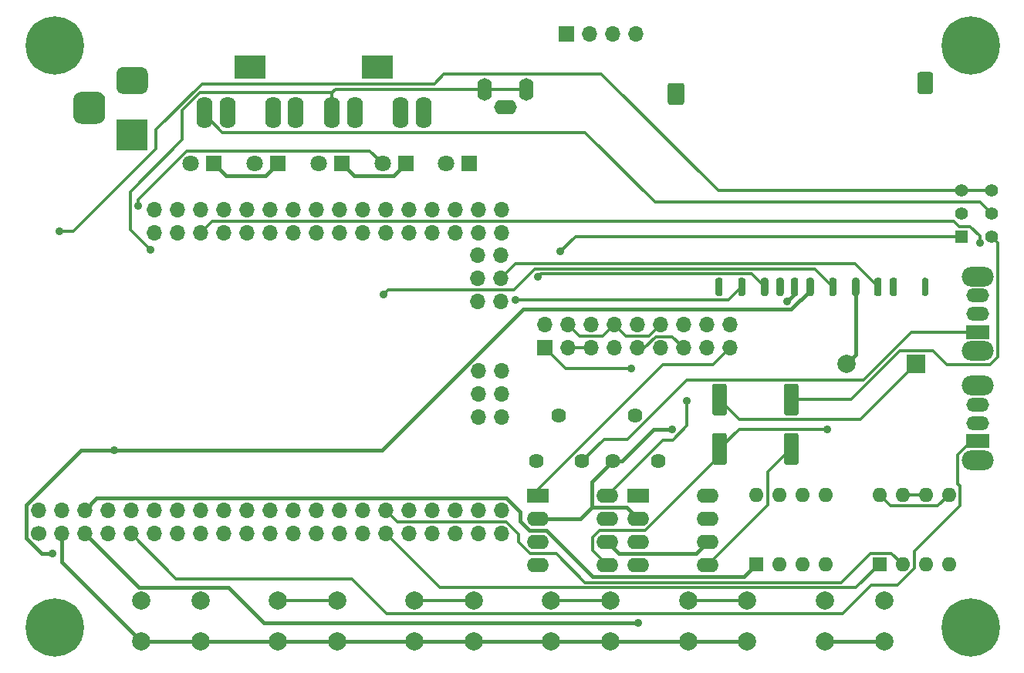
<source format=gtl>
G04 #@! TF.GenerationSoftware,KiCad,Pcbnew,(5.1.6)-1*
G04 #@! TF.CreationDate,2021-01-09T08:19:16+02:00*
G04 #@! TF.ProjectId,MegaDuino_PM_1_3_Buzz,4d656761-4475-4696-9e6f-5f504d5f315f,rev?*
G04 #@! TF.SameCoordinates,Original*
G04 #@! TF.FileFunction,Copper,L1,Top*
G04 #@! TF.FilePolarity,Positive*
%FSLAX46Y46*%
G04 Gerber Fmt 4.6, Leading zero omitted, Abs format (unit mm)*
G04 Created by KiCad (PCBNEW (5.1.6)-1) date 2021-01-09 08:19:16*
%MOMM*%
%LPD*%
G01*
G04 APERTURE LIST*
G04 #@! TA.AperFunction,ComponentPad*
%ADD10O,3.500000X2.200000*%
G04 #@! TD*
G04 #@! TA.AperFunction,ComponentPad*
%ADD11O,2.500000X1.500000*%
G04 #@! TD*
G04 #@! TA.AperFunction,ComponentPad*
%ADD12R,2.500000X1.500000*%
G04 #@! TD*
G04 #@! TA.AperFunction,ComponentPad*
%ADD13O,1.700000X1.700000*%
G04 #@! TD*
G04 #@! TA.AperFunction,ComponentPad*
%ADD14C,1.700000*%
G04 #@! TD*
G04 #@! TA.AperFunction,ComponentPad*
%ADD15C,1.800000*%
G04 #@! TD*
G04 #@! TA.AperFunction,ComponentPad*
%ADD16R,1.800000X1.800000*%
G04 #@! TD*
G04 #@! TA.AperFunction,ComponentPad*
%ADD17C,2.000000*%
G04 #@! TD*
G04 #@! TA.AperFunction,ComponentPad*
%ADD18C,1.400000*%
G04 #@! TD*
G04 #@! TA.AperFunction,ComponentPad*
%ADD19R,1.400000X1.400000*%
G04 #@! TD*
G04 #@! TA.AperFunction,ComponentPad*
%ADD20O,1.600000X2.500000*%
G04 #@! TD*
G04 #@! TA.AperFunction,ComponentPad*
%ADD21O,2.500000X1.600000*%
G04 #@! TD*
G04 #@! TA.AperFunction,ComponentPad*
%ADD22R,1.700000X1.700000*%
G04 #@! TD*
G04 #@! TA.AperFunction,ComponentPad*
%ADD23R,3.500000X2.500000*%
G04 #@! TD*
G04 #@! TA.AperFunction,ComponentPad*
%ADD24O,1.750000X3.500000*%
G04 #@! TD*
G04 #@! TA.AperFunction,ComponentPad*
%ADD25O,1.600000X1.600000*%
G04 #@! TD*
G04 #@! TA.AperFunction,ComponentPad*
%ADD26R,1.600000X1.600000*%
G04 #@! TD*
G04 #@! TA.AperFunction,ComponentPad*
%ADD27O,2.400000X1.600000*%
G04 #@! TD*
G04 #@! TA.AperFunction,ComponentPad*
%ADD28R,2.400000X1.600000*%
G04 #@! TD*
G04 #@! TA.AperFunction,ComponentPad*
%ADD29C,1.620000*%
G04 #@! TD*
G04 #@! TA.AperFunction,ComponentPad*
%ADD30R,2.000000X2.000000*%
G04 #@! TD*
G04 #@! TA.AperFunction,ComponentPad*
%ADD31C,0.800000*%
G04 #@! TD*
G04 #@! TA.AperFunction,ComponentPad*
%ADD32C,6.400000*%
G04 #@! TD*
G04 #@! TA.AperFunction,ComponentPad*
%ADD33R,3.500000X3.500000*%
G04 #@! TD*
G04 #@! TA.AperFunction,ViaPad*
%ADD34C,0.900000*%
G04 #@! TD*
G04 #@! TA.AperFunction,Conductor*
%ADD35C,0.400000*%
G04 #@! TD*
G04 #@! TA.AperFunction,Conductor*
%ADD36C,0.300000*%
G04 #@! TD*
G04 APERTURE END LIST*
D10*
X223800000Y-135400000D03*
X223800000Y-143600000D03*
D11*
X223800000Y-137500000D03*
X223800000Y-139500000D03*
D12*
X223800000Y-141500000D03*
D10*
X223800000Y-147400000D03*
X223800000Y-155600000D03*
D11*
X223800000Y-149500000D03*
X223800000Y-151500000D03*
D12*
X223800000Y-153500000D03*
D13*
X171475000Y-138155000D03*
X171475000Y-135615000D03*
X171475000Y-133075000D03*
X168935000Y-133075000D03*
X168935000Y-138155000D03*
X168935000Y-135615000D03*
X171500000Y-150880000D03*
X171500000Y-148340000D03*
X171500000Y-145800000D03*
X168960000Y-145800000D03*
X168960000Y-150880000D03*
X168960000Y-148340000D03*
X135940000Y-128045000D03*
X135940000Y-130585000D03*
X138480000Y-130585000D03*
X141020000Y-128045000D03*
X141020000Y-130585000D03*
X143560000Y-128045000D03*
X138480000Y-128045000D03*
X143560000Y-130585000D03*
X133400000Y-130585000D03*
X133400000Y-128045000D03*
X146100000Y-128045000D03*
X146100000Y-130585000D03*
X148640000Y-128045000D03*
X148640000Y-130585000D03*
X151180000Y-128045000D03*
X151180000Y-130585000D03*
X153720000Y-128045000D03*
X153720000Y-130585000D03*
X156260000Y-128045000D03*
X156260000Y-130585000D03*
X158800000Y-128045000D03*
X168960000Y-128045000D03*
X166420000Y-128045000D03*
X168960000Y-130585000D03*
X158800000Y-130585000D03*
X163880000Y-130585000D03*
X171500000Y-130585000D03*
X163880000Y-128045000D03*
X166420000Y-130585000D03*
X161340000Y-128045000D03*
X171500000Y-128045000D03*
X161340000Y-130585000D03*
X125780000Y-163600000D03*
X130860000Y-163600000D03*
X135940000Y-161060000D03*
X146100000Y-163600000D03*
X146100000Y-161060000D03*
X153720000Y-161060000D03*
X156260000Y-163600000D03*
X128320000Y-161060000D03*
X123240000Y-161060000D03*
X128320000Y-163600000D03*
X130860000Y-161060000D03*
X133400000Y-161060000D03*
X138480000Y-163600000D03*
X143560000Y-163600000D03*
X143560000Y-161060000D03*
X148640000Y-163600000D03*
D14*
X120700000Y-163600000D03*
D13*
X148640000Y-161060000D03*
X141020000Y-163600000D03*
X151180000Y-163600000D03*
X151180000Y-161060000D03*
X123240000Y-163600000D03*
X133400000Y-163600000D03*
X141020000Y-161060000D03*
X153720000Y-163600000D03*
X125780000Y-161060000D03*
X135940000Y-163600000D03*
X138480000Y-161060000D03*
X120700000Y-161060000D03*
X168960000Y-161060000D03*
X166420000Y-163600000D03*
X158800000Y-161060000D03*
X171500000Y-163600000D03*
X166420000Y-161060000D03*
X168960000Y-163600000D03*
X156260000Y-161060000D03*
X161340000Y-161060000D03*
X163880000Y-163600000D03*
X171500000Y-161060000D03*
X158800000Y-163600000D03*
X163880000Y-161060000D03*
X161340000Y-163600000D03*
D15*
X158460000Y-123000000D03*
D16*
X161000000Y-123000000D03*
D17*
X138500000Y-171000000D03*
X138500000Y-175500000D03*
X132000000Y-171000000D03*
X132000000Y-175500000D03*
D18*
X225300000Y-126000000D03*
X225300000Y-128500000D03*
X225300000Y-131000000D03*
X222000000Y-126000000D03*
X222000000Y-128500000D03*
D19*
X222000000Y-131000000D03*
D17*
X213500000Y-171000000D03*
X213500000Y-175500000D03*
X207000000Y-171000000D03*
X207000000Y-175500000D03*
X198500000Y-171000000D03*
X198500000Y-175500000D03*
X192000000Y-171000000D03*
X192000000Y-175500000D03*
X183500000Y-171000000D03*
X183500000Y-175500000D03*
X177000000Y-171000000D03*
X177000000Y-175500000D03*
X168500000Y-171000000D03*
X168500000Y-175500000D03*
X162000000Y-171000000D03*
X162000000Y-175500000D03*
X153500000Y-171000000D03*
X153500000Y-175500000D03*
X147000000Y-171000000D03*
X147000000Y-175500000D03*
D20*
X169712000Y-114830000D03*
X174212000Y-114830000D03*
D21*
X171962000Y-116830000D03*
D15*
X165460000Y-123000000D03*
D16*
X168000000Y-123000000D03*
D15*
X151460000Y-123000000D03*
D16*
X154000000Y-123000000D03*
D13*
X196596000Y-140716000D03*
X196596000Y-143256000D03*
X194056000Y-140716000D03*
X194056000Y-143256000D03*
X191516000Y-140716000D03*
X191516000Y-143256000D03*
X188976000Y-140716000D03*
X188976000Y-143256000D03*
X186436000Y-140716000D03*
X186436000Y-143256000D03*
X183896000Y-140716000D03*
X183896000Y-143256000D03*
X181356000Y-140716000D03*
X181356000Y-143256000D03*
X178816000Y-140716000D03*
X178816000Y-143256000D03*
X176276000Y-140716000D03*
D22*
X176276000Y-143256000D03*
D23*
X157950000Y-112398000D03*
D24*
X162950000Y-117404000D03*
X160450000Y-117404000D03*
X152950000Y-117404000D03*
X155450000Y-117404000D03*
D13*
X183756000Y-108756000D03*
D22*
X178676000Y-108756000D03*
D13*
X186296000Y-108756000D03*
X181216000Y-108756000D03*
D23*
X143950000Y-112398000D03*
D24*
X148950000Y-117404000D03*
X146450000Y-117404000D03*
X138950000Y-117404000D03*
X141450000Y-117404000D03*
D25*
X213000000Y-159380000D03*
X220620000Y-167000000D03*
X215540000Y-159380000D03*
X218080000Y-167000000D03*
X218080000Y-159380000D03*
X215540000Y-167000000D03*
X220620000Y-159380000D03*
D26*
X213000000Y-167000000D03*
G04 #@! TA.AperFunction,SMDPad,CuDef*
G36*
G01*
X196003000Y-150688000D02*
X194903000Y-150688000D01*
G75*
G02*
X194653000Y-150438000I0J250000D01*
G01*
X194653000Y-147438000D01*
G75*
G02*
X194903000Y-147188000I250000J0D01*
G01*
X196003000Y-147188000D01*
G75*
G02*
X196253000Y-147438000I0J-250000D01*
G01*
X196253000Y-150438000D01*
G75*
G02*
X196003000Y-150688000I-250000J0D01*
G01*
G37*
G04 #@! TD.AperFunction*
G04 #@! TA.AperFunction,SMDPad,CuDef*
G36*
G01*
X196003000Y-156088000D02*
X194903000Y-156088000D01*
G75*
G02*
X194653000Y-155838000I0J250000D01*
G01*
X194653000Y-152838000D01*
G75*
G02*
X194903000Y-152588000I250000J0D01*
G01*
X196003000Y-152588000D01*
G75*
G02*
X196253000Y-152838000I0J-250000D01*
G01*
X196253000Y-155838000D01*
G75*
G02*
X196003000Y-156088000I-250000J0D01*
G01*
G37*
G04 #@! TD.AperFunction*
G04 #@! TA.AperFunction,SMDPad,CuDef*
G36*
G01*
X203877000Y-150688000D02*
X202777000Y-150688000D01*
G75*
G02*
X202527000Y-150438000I0J250000D01*
G01*
X202527000Y-147438000D01*
G75*
G02*
X202777000Y-147188000I250000J0D01*
G01*
X203877000Y-147188000D01*
G75*
G02*
X204127000Y-147438000I0J-250000D01*
G01*
X204127000Y-150438000D01*
G75*
G02*
X203877000Y-150688000I-250000J0D01*
G01*
G37*
G04 #@! TD.AperFunction*
G04 #@! TA.AperFunction,SMDPad,CuDef*
G36*
G01*
X203877000Y-156088000D02*
X202777000Y-156088000D01*
G75*
G02*
X202527000Y-155838000I0J250000D01*
G01*
X202527000Y-152838000D01*
G75*
G02*
X202777000Y-152588000I250000J0D01*
G01*
X203877000Y-152588000D01*
G75*
G02*
X204127000Y-152838000I0J-250000D01*
G01*
X204127000Y-155838000D01*
G75*
G02*
X203877000Y-156088000I-250000J0D01*
G01*
G37*
G04 #@! TD.AperFunction*
G04 #@! TA.AperFunction,SMDPad,CuDef*
G36*
G01*
X189774000Y-116307800D02*
X189774000Y-114408200D01*
G75*
G02*
X190024200Y-114158000I250200J0D01*
G01*
X191323800Y-114158000D01*
G75*
G02*
X191574000Y-114408200I0J-250200D01*
G01*
X191574000Y-116307800D01*
G75*
G02*
X191323800Y-116558000I-250200J0D01*
G01*
X190024200Y-116558000D01*
G75*
G02*
X189774000Y-116307800I0J250200D01*
G01*
G37*
G04 #@! TD.AperFunction*
G04 #@! TA.AperFunction,SMDPad,CuDef*
G36*
G01*
X217174000Y-115108100D02*
X217174000Y-113207900D01*
G75*
G02*
X217423900Y-112958000I249900J0D01*
G01*
X218624100Y-112958000D01*
G75*
G02*
X218874000Y-113207900I0J-249900D01*
G01*
X218874000Y-115108100D01*
G75*
G02*
X218624100Y-115358000I-249900J0D01*
G01*
X217423900Y-115358000D01*
G75*
G02*
X217174000Y-115108100I0J249900D01*
G01*
G37*
G04 #@! TD.AperFunction*
G04 #@! TA.AperFunction,SMDPad,CuDef*
G36*
G01*
X217664000Y-137308100D02*
X217664000Y-135807900D01*
G75*
G02*
X217913900Y-135558000I249900J0D01*
G01*
X218114100Y-135558000D01*
G75*
G02*
X218364000Y-135807900I0J-249900D01*
G01*
X218364000Y-137308100D01*
G75*
G02*
X218114100Y-137558000I-249900J0D01*
G01*
X217913900Y-137558000D01*
G75*
G02*
X217664000Y-137308100I0J249900D01*
G01*
G37*
G04 #@! TD.AperFunction*
G04 #@! TA.AperFunction,SMDPad,CuDef*
G36*
G01*
X214124000Y-137307600D02*
X214124000Y-135808400D01*
G75*
G02*
X214374400Y-135558000I250400J0D01*
G01*
X214673600Y-135558000D01*
G75*
G02*
X214924000Y-135808400I0J-250400D01*
G01*
X214924000Y-137307600D01*
G75*
G02*
X214673600Y-137558000I-250400J0D01*
G01*
X214374400Y-137558000D01*
G75*
G02*
X214124000Y-137307600I0J250400D01*
G01*
G37*
G04 #@! TD.AperFunction*
G04 #@! TA.AperFunction,SMDPad,CuDef*
G36*
G01*
X212424000Y-137307600D02*
X212424000Y-135808400D01*
G75*
G02*
X212674400Y-135558000I250400J0D01*
G01*
X212973600Y-135558000D01*
G75*
G02*
X213224000Y-135808400I0J-250400D01*
G01*
X213224000Y-137307600D01*
G75*
G02*
X212973600Y-137558000I-250400J0D01*
G01*
X212674400Y-137558000D01*
G75*
G02*
X212424000Y-137307600I0J250400D01*
G01*
G37*
G04 #@! TD.AperFunction*
G04 #@! TA.AperFunction,SMDPad,CuDef*
G36*
G01*
X209994000Y-137307600D02*
X209994000Y-135808400D01*
G75*
G02*
X210244400Y-135558000I250400J0D01*
G01*
X210543600Y-135558000D01*
G75*
G02*
X210794000Y-135808400I0J-250400D01*
G01*
X210794000Y-137307600D01*
G75*
G02*
X210543600Y-137558000I-250400J0D01*
G01*
X210244400Y-137558000D01*
G75*
G02*
X209994000Y-137307600I0J250400D01*
G01*
G37*
G04 #@! TD.AperFunction*
G04 #@! TA.AperFunction,SMDPad,CuDef*
G36*
G01*
X207494000Y-137307600D02*
X207494000Y-135808400D01*
G75*
G02*
X207744400Y-135558000I250400J0D01*
G01*
X208043600Y-135558000D01*
G75*
G02*
X208294000Y-135808400I0J-250400D01*
G01*
X208294000Y-137307600D01*
G75*
G02*
X208043600Y-137558000I-250400J0D01*
G01*
X207744400Y-137558000D01*
G75*
G02*
X207494000Y-137307600I0J250400D01*
G01*
G37*
G04 #@! TD.AperFunction*
G04 #@! TA.AperFunction,SMDPad,CuDef*
G36*
G01*
X204994000Y-137307600D02*
X204994000Y-135808400D01*
G75*
G02*
X205244400Y-135558000I250400J0D01*
G01*
X205543600Y-135558000D01*
G75*
G02*
X205794000Y-135808400I0J-250400D01*
G01*
X205794000Y-137307600D01*
G75*
G02*
X205543600Y-137558000I-250400J0D01*
G01*
X205244400Y-137558000D01*
G75*
G02*
X204994000Y-137307600I0J250400D01*
G01*
G37*
G04 #@! TD.AperFunction*
G04 #@! TA.AperFunction,SMDPad,CuDef*
G36*
G01*
X203294000Y-137307600D02*
X203294000Y-135808400D01*
G75*
G02*
X203544400Y-135558000I250400J0D01*
G01*
X203843600Y-135558000D01*
G75*
G02*
X204094000Y-135808400I0J-250400D01*
G01*
X204094000Y-137307600D01*
G75*
G02*
X203843600Y-137558000I-250400J0D01*
G01*
X203544400Y-137558000D01*
G75*
G02*
X203294000Y-137307600I0J250400D01*
G01*
G37*
G04 #@! TD.AperFunction*
G04 #@! TA.AperFunction,SMDPad,CuDef*
G36*
G01*
X201694000Y-137307600D02*
X201694000Y-135808400D01*
G75*
G02*
X201944400Y-135558000I250400J0D01*
G01*
X202243600Y-135558000D01*
G75*
G02*
X202494000Y-135808400I0J-250400D01*
G01*
X202494000Y-137307600D01*
G75*
G02*
X202243600Y-137558000I-250400J0D01*
G01*
X201944400Y-137558000D01*
G75*
G02*
X201694000Y-137307600I0J250400D01*
G01*
G37*
G04 #@! TD.AperFunction*
G04 #@! TA.AperFunction,SMDPad,CuDef*
G36*
G01*
X199994000Y-137307600D02*
X199994000Y-135808400D01*
G75*
G02*
X200244400Y-135558000I250400J0D01*
G01*
X200543600Y-135558000D01*
G75*
G02*
X200794000Y-135808400I0J-250400D01*
G01*
X200794000Y-137307600D01*
G75*
G02*
X200543600Y-137558000I-250400J0D01*
G01*
X200244400Y-137558000D01*
G75*
G02*
X199994000Y-137307600I0J250400D01*
G01*
G37*
G04 #@! TD.AperFunction*
G04 #@! TA.AperFunction,SMDPad,CuDef*
G36*
G01*
X197494000Y-137307600D02*
X197494000Y-135808400D01*
G75*
G02*
X197744400Y-135558000I250400J0D01*
G01*
X198043600Y-135558000D01*
G75*
G02*
X198294000Y-135808400I0J-250400D01*
G01*
X198294000Y-137307600D01*
G75*
G02*
X198043600Y-137558000I-250400J0D01*
G01*
X197744400Y-137558000D01*
G75*
G02*
X197494000Y-137307600I0J250400D01*
G01*
G37*
G04 #@! TD.AperFunction*
G04 #@! TA.AperFunction,SMDPad,CuDef*
G36*
G01*
X194994000Y-137307600D02*
X194994000Y-135808400D01*
G75*
G02*
X195244400Y-135558000I250400J0D01*
G01*
X195543600Y-135558000D01*
G75*
G02*
X195794000Y-135808400I0J-250400D01*
G01*
X195794000Y-137307600D01*
G75*
G02*
X195543600Y-137558000I-250400J0D01*
G01*
X195244400Y-137558000D01*
G75*
G02*
X194994000Y-137307600I0J250400D01*
G01*
G37*
G04 #@! TD.AperFunction*
D27*
X183120000Y-159500000D03*
X175500000Y-167120000D03*
X183120000Y-162040000D03*
X175500000Y-164580000D03*
X183120000Y-164580000D03*
X175500000Y-162040000D03*
X183120000Y-167120000D03*
D28*
X175500000Y-159500000D03*
D29*
X180340000Y-155702000D03*
X177840000Y-150702000D03*
X175340000Y-155702000D03*
D17*
X209400000Y-145000000D03*
D30*
X217000000Y-145000000D03*
D31*
X224697056Y-108302944D03*
X223000000Y-107600000D03*
X221302944Y-108302944D03*
X220600000Y-110000000D03*
X221302944Y-111697056D03*
X223000000Y-112400000D03*
X224697056Y-111697056D03*
X225400000Y-110000000D03*
D32*
X223000000Y-110000000D03*
D31*
X124197056Y-108302944D03*
X122500000Y-107600000D03*
X120802944Y-108302944D03*
X120100000Y-110000000D03*
X120802944Y-111697056D03*
X122500000Y-112400000D03*
X124197056Y-111697056D03*
X124900000Y-110000000D03*
D32*
X122500000Y-110000000D03*
D31*
X224697056Y-172302944D03*
X223000000Y-171600000D03*
X221302944Y-172302944D03*
X220600000Y-174000000D03*
X221302944Y-175697056D03*
X223000000Y-176400000D03*
X224697056Y-175697056D03*
X225400000Y-174000000D03*
D32*
X223000000Y-174000000D03*
D31*
X124197056Y-172302944D03*
X122500000Y-171600000D03*
X120802944Y-172302944D03*
X120100000Y-174000000D03*
X120802944Y-175697056D03*
X122500000Y-176400000D03*
X124197056Y-175697056D03*
X124900000Y-174000000D03*
D32*
X122500000Y-174000000D03*
D27*
X194120000Y-159500000D03*
X186500000Y-167120000D03*
X194120000Y-162040000D03*
X186500000Y-164580000D03*
X194120000Y-164580000D03*
X186500000Y-162040000D03*
X194120000Y-167120000D03*
D28*
X186500000Y-159500000D03*
D25*
X199500000Y-159380000D03*
X207120000Y-167000000D03*
X202040000Y-159380000D03*
X204580000Y-167000000D03*
X204580000Y-159380000D03*
X202040000Y-167000000D03*
X207120000Y-159380000D03*
D26*
X199500000Y-167000000D03*
D29*
X188722000Y-155702000D03*
X186222000Y-150702000D03*
X183722000Y-155702000D03*
G04 #@! TA.AperFunction,ComponentPad*
G36*
G01*
X125425000Y-115138000D02*
X127175000Y-115138000D01*
G75*
G02*
X128050000Y-116013000I0J-875000D01*
G01*
X128050000Y-117763000D01*
G75*
G02*
X127175000Y-118638000I-875000J0D01*
G01*
X125425000Y-118638000D01*
G75*
G02*
X124550000Y-117763000I0J875000D01*
G01*
X124550000Y-116013000D01*
G75*
G02*
X125425000Y-115138000I875000J0D01*
G01*
G37*
G04 #@! TD.AperFunction*
G04 #@! TA.AperFunction,ComponentPad*
G36*
G01*
X130000000Y-112388000D02*
X132000000Y-112388000D01*
G75*
G02*
X132750000Y-113138000I0J-750000D01*
G01*
X132750000Y-114638000D01*
G75*
G02*
X132000000Y-115388000I-750000J0D01*
G01*
X130000000Y-115388000D01*
G75*
G02*
X129250000Y-114638000I0J750000D01*
G01*
X129250000Y-113138000D01*
G75*
G02*
X130000000Y-112388000I750000J0D01*
G01*
G37*
G04 #@! TD.AperFunction*
D33*
X131000000Y-119888000D03*
D15*
X137460000Y-123000000D03*
D16*
X140000000Y-123000000D03*
D15*
X144460000Y-123000000D03*
D16*
X147000000Y-123000000D03*
D34*
X122288500Y-165828500D03*
X129018300Y-154490000D03*
X190270200Y-152209700D03*
X202893900Y-138135200D03*
X178003300Y-132644500D03*
X132984000Y-132458800D03*
X158612000Y-137387200D03*
X175542700Y-135431800D03*
X173081100Y-137991300D03*
X224010000Y-131699200D03*
X185761800Y-145517200D03*
X207230000Y-152181600D03*
X123052000Y-130470400D03*
X191860600Y-149070300D03*
X131634800Y-127612700D03*
X186502200Y-173456200D03*
D35*
X129018300Y-154490000D02*
X125406000Y-154490000D01*
X125406000Y-154490000D02*
X119383300Y-160512700D01*
X119383300Y-160512700D02*
X119383300Y-164147100D01*
X119383300Y-164147100D02*
X121064700Y-165828500D01*
X121064700Y-165828500D02*
X122288500Y-165828500D01*
X205394000Y-136558000D02*
X205394000Y-136942000D01*
X205394000Y-136942000D02*
X203298300Y-139037700D01*
X203298300Y-139037700D02*
X173883300Y-139037700D01*
X173883300Y-139037700D02*
X158431000Y-154490000D01*
X158431000Y-154490000D02*
X129018300Y-154490000D01*
X183722000Y-155702000D02*
X184749700Y-155702000D01*
X184749700Y-155702000D02*
X188242000Y-152209700D01*
X188242000Y-152209700D02*
X190270200Y-152209700D01*
X202893900Y-138135200D02*
X203694000Y-137335100D01*
X203694000Y-137335100D02*
X203694000Y-136558000D01*
X177000000Y-175500000D02*
X168500000Y-175500000D01*
X183500000Y-175500000D02*
X177000000Y-175500000D01*
X140000000Y-123000000D02*
X141350400Y-124350400D01*
X141350400Y-124350400D02*
X145649600Y-124350400D01*
X145649600Y-124350400D02*
X147000000Y-123000000D01*
X161000000Y-123000000D02*
X159649600Y-124350400D01*
X159649600Y-124350400D02*
X155350400Y-124350400D01*
X155350400Y-124350400D02*
X154000000Y-123000000D01*
X181463000Y-160770000D02*
X185230000Y-160770000D01*
X185230000Y-160770000D02*
X186500000Y-162040000D01*
X175500000Y-162040000D02*
X180193000Y-162040000D01*
X180193000Y-162040000D02*
X181463000Y-160770000D01*
X183722000Y-155702000D02*
X181463000Y-157961000D01*
X181463000Y-157961000D02*
X181463000Y-160770000D01*
X209400000Y-145000000D02*
X210394000Y-144006000D01*
X210394000Y-144006000D02*
X210394000Y-136558000D01*
X192000000Y-175500000D02*
X198500000Y-175500000D01*
X183500000Y-175500000D02*
X192000000Y-175500000D01*
X123240000Y-163600000D02*
X123240000Y-166740000D01*
X123240000Y-166740000D02*
X132000000Y-175500000D01*
X138500000Y-175500000D02*
X147000000Y-175500000D01*
X132000000Y-175500000D02*
X138500000Y-175500000D01*
X207000000Y-175500000D02*
X213500000Y-175500000D01*
X162000000Y-175500000D02*
X168500000Y-175500000D01*
X153500000Y-175500000D02*
X162000000Y-175500000D01*
X147000000Y-175500000D02*
X153500000Y-175500000D01*
D36*
X222000000Y-131000000D02*
X179647800Y-131000000D01*
X179647800Y-131000000D02*
X178003300Y-132644500D01*
X194120000Y-167120000D02*
X200770000Y-160470000D01*
X200770000Y-160470000D02*
X200770000Y-156895000D01*
X200770000Y-156895000D02*
X203327000Y-154338000D01*
D35*
X199500000Y-167000000D02*
X198117500Y-168382500D01*
X198117500Y-168382500D02*
X181552700Y-168382500D01*
X181552700Y-168382500D02*
X176480200Y-163310000D01*
X176480200Y-163310000D02*
X174593800Y-163310000D01*
X174593800Y-163310000D02*
X173555000Y-162271200D01*
X173555000Y-162271200D02*
X173555000Y-161250900D01*
X173555000Y-161250900D02*
X172061100Y-159757000D01*
X172061100Y-159757000D02*
X127083000Y-159757000D01*
X127083000Y-159757000D02*
X125780000Y-161060000D01*
D36*
X218080000Y-159380000D02*
X215540000Y-159380000D01*
X220620000Y-159380000D02*
X219418500Y-160581500D01*
X219418500Y-160581500D02*
X214201500Y-160581500D01*
X214201500Y-160581500D02*
X213000000Y-159380000D01*
X169712000Y-114830000D02*
X174212000Y-114830000D01*
X152950000Y-115241600D02*
X153361600Y-114830000D01*
X153361600Y-114830000D02*
X169712000Y-114830000D01*
X152950000Y-115241600D02*
X138425100Y-115241600D01*
X138425100Y-115241600D02*
X136497800Y-117168900D01*
X136497800Y-117168900D02*
X136497800Y-120403900D01*
X136497800Y-120403900D02*
X130784500Y-126117200D01*
X130784500Y-126117200D02*
X130784500Y-130259300D01*
X130784500Y-130259300D02*
X132984000Y-132458800D01*
X152950000Y-117404000D02*
X152950000Y-115241600D01*
X158612000Y-137387200D02*
X159114200Y-136885000D01*
X159114200Y-136885000D02*
X172853300Y-136885000D01*
X172853300Y-136885000D02*
X175156900Y-134581400D01*
X175156900Y-134581400D02*
X205917400Y-134581400D01*
X205917400Y-134581400D02*
X207894000Y-136558000D01*
X200394000Y-136558000D02*
X198977400Y-135141400D01*
X198977400Y-135141400D02*
X175833100Y-135141400D01*
X175833100Y-135141400D02*
X175542700Y-135431800D01*
X197894000Y-136558000D02*
X196460700Y-137991300D01*
X196460700Y-137991300D02*
X173081100Y-137991300D01*
X147000000Y-171000000D02*
X153500000Y-171000000D01*
X162000000Y-171000000D02*
X168500000Y-171000000D01*
X177000000Y-171000000D02*
X183500000Y-171000000D01*
X192000000Y-171000000D02*
X198500000Y-171000000D01*
X130860000Y-163600000D02*
X135849500Y-168589500D01*
X135849500Y-168589500D02*
X155108700Y-168589500D01*
X155108700Y-168589500D02*
X158919600Y-172400400D01*
X158919600Y-172400400D02*
X208973300Y-172400400D01*
X208973300Y-172400400D02*
X212106100Y-169267600D01*
X212106100Y-169267600D02*
X214972200Y-169267600D01*
X214972200Y-169267600D02*
X216810000Y-167429800D01*
X216810000Y-167429800D02*
X216810000Y-165591700D01*
X216810000Y-165591700D02*
X221827400Y-160574300D01*
X221827400Y-160574300D02*
X221827400Y-158407000D01*
X221827400Y-158407000D02*
X221602000Y-158181600D01*
X221602000Y-158181600D02*
X221602000Y-155026100D01*
X221602000Y-155026100D02*
X223128100Y-153500000D01*
X223128100Y-153500000D02*
X223800000Y-153500000D01*
X138480000Y-130585000D02*
X139750000Y-129315000D01*
X139750000Y-129315000D02*
X221164800Y-129315000D01*
X221164800Y-129315000D02*
X221749400Y-129899600D01*
X221749400Y-129899600D02*
X222931500Y-129899600D01*
X222931500Y-129899600D02*
X224010000Y-130978100D01*
X224010000Y-130978100D02*
X224010000Y-131699200D01*
X215540000Y-167000000D02*
X214338600Y-165798600D01*
X214338600Y-165798600D02*
X211996300Y-165798600D01*
X211996300Y-165798600D02*
X208778700Y-169016200D01*
X208778700Y-169016200D02*
X180690900Y-169016200D01*
X180690900Y-169016200D02*
X177524700Y-165850000D01*
X177524700Y-165850000D02*
X174645400Y-165850000D01*
X174645400Y-165850000D02*
X173388600Y-164593200D01*
X173388600Y-164593200D02*
X173388600Y-163687500D01*
X173388600Y-163687500D02*
X172031100Y-162330000D01*
X172031100Y-162330000D02*
X160070000Y-162330000D01*
X160070000Y-162330000D02*
X158800000Y-161060000D01*
X158800000Y-163600000D02*
X164766600Y-169566600D01*
X164766600Y-169566600D02*
X210433400Y-169566600D01*
X210433400Y-169566600D02*
X213000000Y-167000000D01*
X185761800Y-145517200D02*
X178537200Y-145517200D01*
X178537200Y-145517200D02*
X176276000Y-143256000D01*
X186436000Y-143256000D02*
X187206100Y-143256000D01*
X187206100Y-143256000D02*
X188456500Y-142005600D01*
X188456500Y-142005600D02*
X190265600Y-142005600D01*
X190265600Y-142005600D02*
X191516000Y-143256000D01*
X212824000Y-136558000D02*
X210297000Y-134031000D01*
X210297000Y-134031000D02*
X173059000Y-134031000D01*
X173059000Y-134031000D02*
X171475000Y-135615000D01*
X178816000Y-140716000D02*
X180066400Y-141966400D01*
X180066400Y-141966400D02*
X182645600Y-141966400D01*
X182645600Y-141966400D02*
X183896000Y-140716000D01*
X188976000Y-140716000D02*
X188967900Y-140716000D01*
X188967900Y-140716000D02*
X187697900Y-141986000D01*
X187697900Y-141986000D02*
X185166000Y-141986000D01*
X185166000Y-141986000D02*
X183896000Y-140716000D01*
X178816000Y-143256000D02*
X181356000Y-143256000D01*
X217000000Y-145000000D02*
X210910700Y-151089300D01*
X210910700Y-151089300D02*
X197604300Y-151089300D01*
X197604300Y-151089300D02*
X195453000Y-148938000D01*
X183120000Y-167120000D02*
X181506700Y-165506700D01*
X181506700Y-165506700D02*
X181506700Y-164079900D01*
X181506700Y-164079900D02*
X182276600Y-163310000D01*
X182276600Y-163310000D02*
X187327500Y-163310000D01*
X187327500Y-163310000D02*
X195453000Y-155184500D01*
X195453000Y-155184500D02*
X195453000Y-154338000D01*
X195453000Y-154338000D02*
X197609400Y-152181600D01*
X197609400Y-152181600D02*
X207230000Y-152181600D01*
X138950000Y-117404000D02*
X138950000Y-117604900D01*
X138950000Y-117604900D02*
X140919400Y-119574300D01*
X140919400Y-119574300D02*
X180713500Y-119574300D01*
X180713500Y-119574300D02*
X188389200Y-127250000D01*
X188389200Y-127250000D02*
X224050000Y-127250000D01*
X224050000Y-127250000D02*
X225300000Y-128500000D01*
X222000000Y-126000000D02*
X225300000Y-126000000D01*
X123052000Y-130470400D02*
X124544900Y-130470400D01*
X124544900Y-130470400D02*
X133617100Y-121398200D01*
X133617100Y-121398200D02*
X133617100Y-119271400D01*
X133617100Y-119271400D02*
X138655200Y-114233300D01*
X138655200Y-114233300D02*
X164149100Y-114233300D01*
X164149100Y-114233300D02*
X165205300Y-113177100D01*
X165205300Y-113177100D02*
X182501000Y-113177100D01*
X182501000Y-113177100D02*
X195323900Y-126000000D01*
X195323900Y-126000000D02*
X222000000Y-126000000D01*
X175500000Y-159500000D02*
X175500000Y-158827700D01*
X175500000Y-158827700D02*
X189242000Y-145085700D01*
X189242000Y-145085700D02*
X194766300Y-145085700D01*
X194766300Y-145085700D02*
X196596000Y-143256000D01*
X183120000Y-159500000D02*
X189270500Y-153349500D01*
X189270500Y-153349500D02*
X190332900Y-153349500D01*
X190332900Y-153349500D02*
X191860600Y-151821800D01*
X191860600Y-151821800D02*
X191860600Y-149070300D01*
X180340000Y-155702000D02*
X182763400Y-153278600D01*
X182763400Y-153278600D02*
X185360600Y-153278600D01*
X185360600Y-153278600D02*
X191852500Y-146786700D01*
X191852500Y-146786700D02*
X211221600Y-146786700D01*
X211221600Y-146786700D02*
X216508300Y-141500000D01*
X216508300Y-141500000D02*
X223800000Y-141500000D01*
X203327000Y-148938000D02*
X209860300Y-148938000D01*
X209860300Y-148938000D02*
X215249900Y-143548400D01*
X215249900Y-143548400D02*
X218831900Y-143548400D01*
X218831900Y-143548400D02*
X220405100Y-145121600D01*
X220405100Y-145121600D02*
X225117800Y-145121600D01*
X225117800Y-145121600D02*
X225996800Y-144242600D01*
X225996800Y-144242600D02*
X225996800Y-131696800D01*
X225996800Y-131696800D02*
X225300000Y-131000000D01*
X158460000Y-123000000D02*
X157091000Y-121631000D01*
X157091000Y-121631000D02*
X136990200Y-121631000D01*
X136990200Y-121631000D02*
X131634800Y-126986400D01*
X131634800Y-126986400D02*
X131634800Y-127612700D01*
D35*
X194120000Y-164580000D02*
X192850000Y-165850000D01*
X192850000Y-165850000D02*
X184390000Y-165850000D01*
X184390000Y-165850000D02*
X183120000Y-164580000D01*
X125780000Y-163600000D02*
X131729600Y-169549600D01*
X131729600Y-169549600D02*
X141597200Y-169549600D01*
X141597200Y-169549600D02*
X145503800Y-173456200D01*
X145503800Y-173456200D02*
X186502200Y-173456200D01*
M02*

</source>
